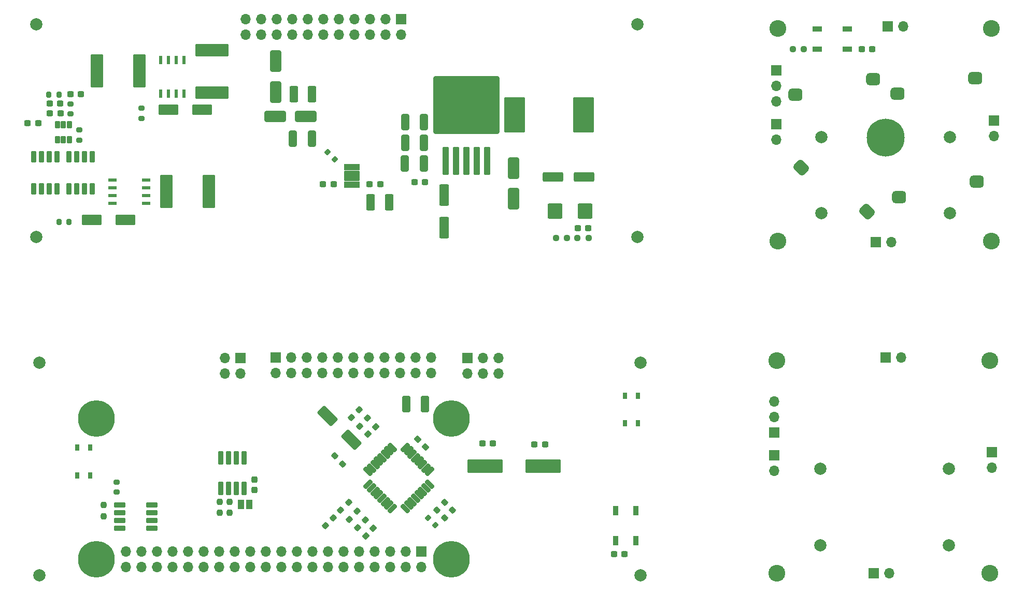
<source format=gts>
G04 #@! TF.GenerationSoftware,KiCad,Pcbnew,7.0.10-7.0.10~ubuntu22.04.1*
G04 #@! TF.CreationDate,2025-04-10T19:03:43-06:00*
G04 #@! TF.ProjectId,OAC,4f41432e-6b69-4636-9164-5f7063625858,rev?*
G04 #@! TF.SameCoordinates,Original*
G04 #@! TF.FileFunction,Soldermask,Top*
G04 #@! TF.FilePolarity,Negative*
%FSLAX46Y46*%
G04 Gerber Fmt 4.6, Leading zero omitted, Abs format (unit mm)*
G04 Created by KiCad (PCBNEW 7.0.10-7.0.10~ubuntu22.04.1) date 2025-04-10 19:03:43*
%MOMM*%
%LPD*%
G01*
G04 APERTURE LIST*
G04 Aperture macros list*
%AMRoundRect*
0 Rectangle with rounded corners*
0 $1 Rounding radius*
0 $2 $3 $4 $5 $6 $7 $8 $9 X,Y pos of 4 corners*
0 Add a 4 corners polygon primitive as box body*
4,1,4,$2,$3,$4,$5,$6,$7,$8,$9,$2,$3,0*
0 Add four circle primitives for the rounded corners*
1,1,$1+$1,$2,$3*
1,1,$1+$1,$4,$5*
1,1,$1+$1,$6,$7*
1,1,$1+$1,$8,$9*
0 Add four rect primitives between the rounded corners*
20,1,$1+$1,$2,$3,$4,$5,0*
20,1,$1+$1,$4,$5,$6,$7,0*
20,1,$1+$1,$6,$7,$8,$9,0*
20,1,$1+$1,$8,$9,$2,$3,0*%
G04 Aperture macros list end*
%ADD10C,2.750000*%
%ADD11C,2.000000*%
%ADD12C,6.200000*%
%ADD13C,6.000000*%
%ADD14R,1.700000X1.700000*%
%ADD15O,1.700000X1.700000*%
%ADD16RoundRect,0.500000X0.643000X0.500000X-0.643000X0.500000X-0.643000X-0.500000X0.643000X-0.500000X0*%
%ADD17RoundRect,0.102000X-0.335876X-0.724784X0.724784X0.335876X0.335876X0.724784X-0.724784X-0.335876X0*%
%ADD18RoundRect,0.102000X0.335876X-0.724784X0.724784X-0.335876X-0.335876X0.724784X-0.724784X0.335876X0*%
%ADD19RoundRect,0.102000X0.350000X-0.450000X0.350000X0.450000X-0.350000X0.450000X-0.350000X-0.450000X0*%
%ADD20RoundRect,0.250000X-1.400000X-0.600000X1.400000X-0.600000X1.400000X0.600000X-1.400000X0.600000X0*%
%ADD21RoundRect,0.500000X-0.643000X-0.500000X0.643000X-0.500000X0.643000X0.500000X-0.643000X0.500000X0*%
%ADD22RoundRect,0.250000X0.400000X1.075000X-0.400000X1.075000X-0.400000X-1.075000X0.400000X-1.075000X0*%
%ADD23RoundRect,0.237500X0.008839X0.344715X-0.344715X-0.008839X-0.008839X-0.344715X0.344715X0.008839X0*%
%ADD24RoundRect,0.250001X-0.799999X-2.474999X0.799999X-2.474999X0.799999X2.474999X-0.799999X2.474999X0*%
%ADD25RoundRect,0.237500X0.300000X0.237500X-0.300000X0.237500X-0.300000X-0.237500X0.300000X-0.237500X0*%
%ADD26RoundRect,0.069600X0.162400X-0.452400X0.162400X0.452400X-0.162400X0.452400X-0.162400X-0.452400X0*%
%ADD27RoundRect,0.102000X1.175000X-0.750000X1.175000X0.750000X-1.175000X0.750000X-1.175000X-0.750000X0*%
%ADD28RoundRect,0.237500X0.237500X-0.250000X0.237500X0.250000X-0.237500X0.250000X-0.237500X-0.250000X0*%
%ADD29RoundRect,0.237500X0.044194X0.380070X-0.380070X-0.044194X-0.044194X-0.380070X0.380070X0.044194X0*%
%ADD30RoundRect,0.200000X-0.275000X0.200000X-0.275000X-0.200000X0.275000X-0.200000X0.275000X0.200000X0*%
%ADD31RoundRect,0.099250X-0.297750X0.792750X-0.297750X-0.792750X0.297750X-0.792750X0.297750X0.792750X0*%
%ADD32RoundRect,0.250000X-1.500000X-0.650000X1.500000X-0.650000X1.500000X0.650000X-1.500000X0.650000X0*%
%ADD33RoundRect,0.250000X-0.400000X-1.075000X0.400000X-1.075000X0.400000X1.075000X-0.400000X1.075000X0*%
%ADD34RoundRect,0.200000X-0.335876X-0.053033X-0.053033X-0.335876X0.335876X0.053033X0.053033X0.335876X0*%
%ADD35R,1.500000X0.900000*%
%ADD36RoundRect,0.237500X0.250000X0.237500X-0.250000X0.237500X-0.250000X-0.237500X0.250000X-0.237500X0*%
%ADD37R,1.000000X1.500000*%
%ADD38R,0.900000X1.500000*%
%ADD39RoundRect,0.102000X-0.279400X0.990600X-0.279400X-0.990600X0.279400X-0.990600X0.279400X0.990600X0*%
%ADD40RoundRect,0.237500X-0.300000X-0.237500X0.300000X-0.237500X0.300000X0.237500X-0.300000X0.237500X0*%
%ADD41RoundRect,0.250000X0.650000X-1.500000X0.650000X1.500000X-0.650000X1.500000X-0.650000X-1.500000X0*%
%ADD42RoundRect,0.237500X-0.008839X-0.344715X0.344715X0.008839X0.008839X0.344715X-0.344715X-0.008839X0*%
%ADD43R,0.711200X0.990600*%
%ADD44RoundRect,0.250001X-0.462499X-1.074999X0.462499X-1.074999X0.462499X1.074999X-0.462499X1.074999X0*%
%ADD45RoundRect,0.237500X-0.250000X-0.237500X0.250000X-0.237500X0.250000X0.237500X-0.250000X0.237500X0*%
%ADD46RoundRect,0.250000X1.412500X0.550000X-1.412500X0.550000X-1.412500X-0.550000X1.412500X-0.550000X0*%
%ADD47RoundRect,0.250000X-0.650000X1.500000X-0.650000X-1.500000X0.650000X-1.500000X0.650000X1.500000X0*%
%ADD48RoundRect,0.250000X1.400000X0.600000X-1.400000X0.600000X-1.400000X-0.600000X1.400000X-0.600000X0*%
%ADD49RoundRect,0.250000X0.300000X-2.050000X0.300000X2.050000X-0.300000X2.050000X-0.300000X-2.050000X0*%
%ADD50RoundRect,0.250002X5.149998X-4.449998X5.149998X4.449998X-5.149998X4.449998X-5.149998X-4.449998X0*%
%ADD51RoundRect,0.237500X-0.344715X0.008839X0.008839X-0.344715X0.344715X-0.008839X-0.008839X0.344715X0*%
%ADD52RoundRect,0.237500X-0.044194X-0.380070X0.380070X0.044194X0.044194X0.380070X-0.380070X-0.044194X0*%
%ADD53RoundRect,0.250001X-2.474999X0.799999X-2.474999X-0.799999X2.474999X-0.799999X2.474999X0.799999X0*%
%ADD54RoundRect,0.237500X0.237500X-0.300000X0.237500X0.300000X-0.237500X0.300000X-0.237500X-0.300000X0*%
%ADD55R,0.558800X1.460500*%
%ADD56RoundRect,0.250000X-0.550000X1.500000X-0.550000X-1.500000X0.550000X-1.500000X0.550000X1.500000X0*%
%ADD57RoundRect,0.250001X0.799999X2.474999X-0.799999X2.474999X-0.799999X-2.474999X0.799999X-2.474999X0*%
%ADD58RoundRect,0.305500X0.916500X0.956500X-0.916500X0.956500X-0.916500X-0.956500X0.916500X-0.956500X0*%
%ADD59RoundRect,0.237500X-0.380070X0.044194X0.044194X-0.380070X0.380070X-0.044194X-0.044194X0.380070X0*%
%ADD60RoundRect,0.200000X0.200000X0.275000X-0.200000X0.275000X-0.200000X-0.275000X0.200000X-0.275000X0*%
%ADD61RoundRect,0.250000X1.414214X-0.565685X-0.565685X1.414214X-1.414214X0.565685X0.565685X-1.414214X0*%
%ADD62RoundRect,0.237500X-0.237500X0.250000X-0.237500X-0.250000X0.237500X-0.250000X0.237500X0.250000X0*%
%ADD63RoundRect,0.102000X-2.750000X-1.000000X2.750000X-1.000000X2.750000X1.000000X-2.750000X1.000000X0*%
%ADD64RoundRect,0.099250X-0.792750X-0.297750X0.792750X-0.297750X0.792750X0.297750X-0.792750X0.297750X0*%
%ADD65RoundRect,0.102000X-1.625000X-2.750000X1.625000X-2.750000X1.625000X2.750000X-1.625000X2.750000X0*%
%ADD66R,1.460500X0.558800*%
%ADD67RoundRect,0.200000X0.275000X-0.200000X0.275000X0.200000X-0.275000X0.200000X-0.275000X-0.200000X0*%
%ADD68RoundRect,0.200000X-0.200000X-0.275000X0.200000X-0.275000X0.200000X0.275000X-0.200000X0.275000X0*%
%ADD69RoundRect,0.237500X0.344715X-0.008839X-0.008839X0.344715X-0.344715X0.008839X0.008839X-0.344715X0*%
%ADD70RoundRect,0.500000X-0.808223X0.101116X0.101116X-0.808223X0.808223X-0.101116X-0.101116X0.808223X0*%
%ADD71RoundRect,0.250000X-0.412500X-1.100000X0.412500X-1.100000X0.412500X1.100000X-0.412500X1.100000X0*%
%ADD72RoundRect,0.200000X0.335876X0.053033X0.053033X0.335876X-0.335876X-0.053033X-0.053033X-0.335876X0*%
G04 APERTURE END LIST*
D10*
X238860000Y-98567500D03*
X238860000Y-133407500D03*
D11*
X245945174Y-116308579D03*
X245945174Y-128808579D03*
D12*
X256435174Y-116398579D03*
D11*
X266945174Y-116318579D03*
X266945174Y-128818579D03*
D10*
X273700000Y-98567500D03*
X273700000Y-133407500D03*
D13*
X127490682Y-185414257D03*
X185490682Y-185414257D03*
X127490682Y-162414257D03*
X185490682Y-162414257D03*
D14*
X180620682Y-184144257D03*
D15*
X180620682Y-186684257D03*
X178080682Y-184144257D03*
X178080682Y-186684257D03*
X175540682Y-184144257D03*
X175540682Y-186684257D03*
X173000682Y-184144257D03*
X173000682Y-186684257D03*
X170460682Y-184144257D03*
X170460682Y-186684257D03*
X167920682Y-184144257D03*
X167920682Y-186684257D03*
X165380682Y-184144257D03*
X165380682Y-186684257D03*
X162840682Y-184144257D03*
X162840682Y-186684257D03*
X160300682Y-184144257D03*
X160300682Y-186684257D03*
X157760682Y-184144257D03*
X157760682Y-186684257D03*
X155220682Y-184144257D03*
X155220682Y-186684257D03*
X152680682Y-184144257D03*
X152680682Y-186684257D03*
X150140682Y-184144257D03*
X150140682Y-186684257D03*
X147600682Y-184144257D03*
X147600682Y-186684257D03*
X145060682Y-184144257D03*
X145060682Y-186684257D03*
X142520682Y-184144257D03*
X142520682Y-186684257D03*
X139980682Y-184144257D03*
X139980682Y-186684257D03*
X137440682Y-184144257D03*
X137440682Y-186684257D03*
X134900682Y-184144257D03*
X134900682Y-186684257D03*
X132360682Y-184144257D03*
X132360682Y-186684257D03*
D10*
X238655386Y-152910000D03*
X238655386Y-187750000D03*
D11*
X245740560Y-170651079D03*
X245740560Y-183151079D03*
X266740560Y-170661079D03*
X266740560Y-183161079D03*
D10*
X273495386Y-152910000D03*
X273495386Y-187750000D03*
D14*
X254795000Y-133507500D03*
D15*
X257335000Y-133507500D03*
D14*
X188105000Y-152480000D03*
D15*
X188105000Y-155020000D03*
X190645000Y-152480000D03*
X190645000Y-155020000D03*
X193185000Y-152480000D03*
X193185000Y-155020000D03*
D14*
X274150000Y-113677500D03*
D15*
X274150000Y-116217500D03*
D16*
X258426500Y-109214407D03*
X271126500Y-106674407D03*
D17*
X171879542Y-173190660D03*
X172445227Y-173756346D03*
X173010913Y-174322031D03*
X173576598Y-174887716D03*
X174142284Y-175453402D03*
X174707969Y-176019087D03*
X175273654Y-176584773D03*
X175839340Y-177150458D03*
D18*
X177960660Y-177150458D03*
X178526346Y-176584773D03*
X179092031Y-176019087D03*
X179657716Y-175453402D03*
X180223402Y-174887716D03*
X180789087Y-174322031D03*
X181354773Y-173756346D03*
X181920458Y-173190660D03*
D17*
X181920458Y-171069340D03*
X181354773Y-170503654D03*
X180789087Y-169937969D03*
X180223402Y-169372284D03*
X179657716Y-168806598D03*
X179092031Y-168240913D03*
X178526346Y-167675227D03*
X177960660Y-167109542D03*
D18*
X175839340Y-167109542D03*
X175273654Y-167675227D03*
X174707969Y-168240913D03*
X174142284Y-168806598D03*
X173576598Y-169372284D03*
X173010913Y-169937969D03*
X172445227Y-170503654D03*
X171879542Y-171069340D03*
D19*
X121160000Y-116794998D03*
X122110000Y-116794998D03*
X123060000Y-116794998D03*
X123060000Y-114294998D03*
X122110000Y-114294998D03*
X121160000Y-114294998D03*
D20*
X139270000Y-111902500D03*
X144770000Y-111902500D03*
D21*
X254423500Y-106890594D03*
X241723500Y-109430594D03*
D22*
X181010000Y-120702500D03*
X177910000Y-120702500D03*
D23*
X168695235Y-176114765D03*
X167404765Y-177405235D03*
D24*
X138885000Y-125252500D03*
X145835000Y-125252500D03*
D25*
X192282500Y-166500000D03*
X190557500Y-166500000D03*
D26*
X168240000Y-124137500D03*
X168740000Y-124137500D03*
X169240000Y-124137500D03*
X169740000Y-124137500D03*
X170240000Y-124137500D03*
X170240000Y-121267500D03*
X169740000Y-121267500D03*
X169240000Y-121267500D03*
X168740000Y-121267500D03*
X168240000Y-121267500D03*
D27*
X169240000Y-122702500D03*
D28*
X149285001Y-177826300D03*
X149285001Y-176001300D03*
D25*
X254265000Y-101977500D03*
X252540000Y-101977500D03*
D29*
X173099880Y-163740120D03*
X171880120Y-164959880D03*
D30*
X134820000Y-111647500D03*
X134820000Y-113297500D03*
D31*
X126790000Y-124852500D03*
X125520000Y-124852500D03*
X124250000Y-124852500D03*
X122980000Y-124852500D03*
X122980000Y-119602500D03*
X126790000Y-119602500D03*
X125520000Y-119602500D03*
X124250000Y-119602500D03*
D32*
X156665000Y-112952500D03*
X161665000Y-112952500D03*
D25*
X166252500Y-124052500D03*
X164527500Y-124052500D03*
D33*
X159582500Y-116642500D03*
X162682500Y-116642500D03*
D34*
X165256637Y-118789137D03*
X166423363Y-119955863D03*
D35*
X250160000Y-101917500D03*
X250160000Y-98617500D03*
X245260000Y-98617500D03*
X245260000Y-101917500D03*
D36*
X207910000Y-132862500D03*
X206085000Y-132862500D03*
D37*
X151155001Y-176503799D03*
X152455001Y-176503799D03*
D38*
X212320000Y-182400000D03*
X215620000Y-182400000D03*
X215620000Y-177500000D03*
X212320000Y-177500000D03*
D30*
X130790000Y-172805000D03*
X130790000Y-174455000D03*
D39*
X151585000Y-168876200D03*
X150315000Y-168876200D03*
X149045000Y-168876200D03*
X147775000Y-168876200D03*
X147775000Y-173803800D03*
X149045000Y-173803800D03*
X150315000Y-173803800D03*
X151585000Y-173803800D03*
D40*
X172137500Y-124032500D03*
X173862500Y-124032500D03*
D41*
X156822500Y-108942500D03*
X156822500Y-103942500D03*
D14*
X254464998Y-187700000D03*
D15*
X257004998Y-187700000D03*
D23*
X166175235Y-178634765D03*
X164884765Y-179925235D03*
D42*
X170480049Y-163644661D03*
X171770519Y-162354191D03*
D43*
X213820002Y-163180002D03*
X213820002Y-158680000D03*
X215970000Y-163180002D03*
X215970000Y-158680000D03*
D14*
X238259998Y-164700000D03*
D15*
X238259998Y-162160000D03*
X238259998Y-159620000D03*
D44*
X172320000Y-127002500D03*
X175295000Y-127002500D03*
D14*
X238590000Y-105442500D03*
D15*
X238590000Y-107982500D03*
X238590000Y-110522500D03*
D45*
X202585000Y-132852500D03*
X204410000Y-132852500D03*
D21*
X271383500Y-123600594D03*
X258683500Y-126140594D03*
D25*
X213760000Y-184610000D03*
X212035000Y-184610000D03*
D46*
X207157500Y-122862500D03*
X202082500Y-122862500D03*
D31*
X121035000Y-124799998D03*
X119765000Y-124799998D03*
X118495000Y-124799998D03*
X117225000Y-124799998D03*
X117225000Y-119549998D03*
X121035000Y-119549998D03*
X119765000Y-119549998D03*
X118495000Y-119549998D03*
D47*
X195660000Y-121402500D03*
X195660000Y-126402500D03*
D40*
X123267500Y-109332500D03*
X124992500Y-109332500D03*
X119885000Y-112494998D03*
X121610000Y-112494998D03*
D48*
X132197500Y-129922500D03*
X126697500Y-129922500D03*
D49*
X184565000Y-120217500D03*
X186265000Y-120217500D03*
X187965000Y-120217500D03*
D50*
X187965000Y-111067500D03*
D49*
X189665000Y-120217500D03*
X191365000Y-120217500D03*
D51*
X166444765Y-168534765D03*
X167735235Y-169825235D03*
D42*
X168824765Y-178885235D03*
X170115235Y-177594765D03*
D25*
X121602500Y-110884998D03*
X119877500Y-110884998D03*
D14*
X256464998Y-152420000D03*
D15*
X259004998Y-152420000D03*
D43*
X124320002Y-171690002D03*
X124320002Y-167190000D03*
X126470000Y-171690002D03*
X126470000Y-167190000D03*
D14*
X256795000Y-98227500D03*
D15*
X259335000Y-98227500D03*
D52*
X171510120Y-181599880D03*
X172729880Y-180380120D03*
D40*
X199070000Y-166610000D03*
X200795000Y-166610000D03*
D53*
X146350000Y-102152500D03*
X146350000Y-109102500D03*
D45*
X241277500Y-101987500D03*
X243102500Y-101987500D03*
D54*
X153315000Y-174123800D03*
X153315000Y-172398800D03*
D25*
X207852500Y-131242000D03*
X206127500Y-131242000D03*
D55*
X138005000Y-103768350D03*
X139275000Y-103768350D03*
X140545000Y-103768350D03*
X141815000Y-103768350D03*
X141815000Y-109216650D03*
X138005000Y-109216650D03*
X139275000Y-109216650D03*
X140545000Y-109216650D03*
D22*
X181020000Y-113852500D03*
X177920000Y-113852500D03*
D56*
X184310000Y-125802500D03*
X184310000Y-131202500D03*
D57*
X134535000Y-105552500D03*
X127585000Y-105552500D03*
D14*
X238600000Y-114237500D03*
D15*
X238600000Y-116777500D03*
D58*
X207297500Y-128448000D03*
X202427500Y-128448000D03*
D15*
X148530000Y-155030000D03*
X151070000Y-155030000D03*
X148530000Y-152490000D03*
D14*
X151070000Y-152490000D03*
D59*
X180010120Y-165810120D03*
X181229880Y-167029880D03*
D60*
X123015000Y-130202500D03*
X121365000Y-130202500D03*
D61*
X169152457Y-165877351D03*
X165263369Y-161988263D03*
D14*
X273819998Y-167870000D03*
D15*
X273819998Y-170410000D03*
D62*
X128680000Y-176547500D03*
X128680000Y-178372500D03*
D44*
X159755000Y-109362500D03*
X162730000Y-109362500D03*
D63*
X190980000Y-170210000D03*
X200480000Y-170210000D03*
D64*
X136540850Y-176550000D03*
X136540850Y-177820000D03*
X136540850Y-179090000D03*
X136540850Y-180360000D03*
X131290850Y-180360000D03*
X131290850Y-176550000D03*
X131290850Y-177820000D03*
X131290850Y-179090000D03*
D65*
X195840000Y-112697500D03*
X207090000Y-112697500D03*
D23*
X171455235Y-179004765D03*
X170164765Y-180295235D03*
D66*
X135584150Y-123377500D03*
X135584150Y-124647500D03*
X135584150Y-125917500D03*
X135584150Y-127187500D03*
X130135850Y-127187500D03*
X130135850Y-123377500D03*
X130135850Y-124647500D03*
X130135850Y-125917500D03*
D67*
X123240000Y-112547500D03*
X123240000Y-110897500D03*
X124680000Y-116847500D03*
X124680000Y-115197500D03*
D11*
X118170000Y-153230000D03*
X118170000Y-188070000D03*
X216370000Y-153230000D03*
X216370000Y-188070000D03*
D14*
X156829318Y-152425743D03*
D15*
X159369318Y-152425743D03*
X161909318Y-152425743D03*
X164449318Y-152425743D03*
X166989318Y-152425743D03*
X169529318Y-152425743D03*
X172069318Y-152425743D03*
X174609318Y-152425743D03*
X177149318Y-152425743D03*
X179689318Y-152425743D03*
X182229318Y-152425743D03*
X156829318Y-154965743D03*
X159369318Y-154965743D03*
X161909318Y-154965743D03*
X164449318Y-154965743D03*
X166989318Y-154965743D03*
X169529318Y-154965743D03*
X172069318Y-154965743D03*
X174609318Y-154965743D03*
X177149318Y-154965743D03*
X179689318Y-154965743D03*
X182229318Y-154965743D03*
D22*
X181040000Y-117262500D03*
X177940000Y-117262500D03*
D23*
X170427016Y-160982404D03*
X169136546Y-162272874D03*
D51*
X183124765Y-177374765D03*
X184415235Y-178665235D03*
D40*
X116267500Y-114052500D03*
X117992500Y-114052500D03*
D28*
X147635000Y-177826300D03*
X147635000Y-176001300D03*
D14*
X238269998Y-168430000D03*
D15*
X238269998Y-170970000D03*
D68*
X119735000Y-109392500D03*
X121385000Y-109392500D03*
D69*
X185680000Y-177390000D03*
X184389530Y-176099530D03*
D70*
X253435094Y-128519603D03*
X242658786Y-121335398D03*
D71*
X178087500Y-160030000D03*
X181212500Y-160030000D03*
D25*
X181190000Y-123712500D03*
X179465000Y-123712500D03*
D72*
X182883363Y-179853363D03*
X181716637Y-178686637D03*
D11*
X215900000Y-132702500D03*
X215900000Y-97862500D03*
X117700000Y-132702500D03*
X117700000Y-97862500D03*
D14*
X177240682Y-97058243D03*
D15*
X174700682Y-97058243D03*
X172160682Y-97058243D03*
X169620682Y-97058243D03*
X167080682Y-97058243D03*
X164540682Y-97058243D03*
X162000682Y-97058243D03*
X159460682Y-97058243D03*
X156920682Y-97058243D03*
X154380682Y-97058243D03*
X151840682Y-97058243D03*
X177240682Y-99598243D03*
X174700682Y-99598243D03*
X172160682Y-99598243D03*
X169620682Y-99598243D03*
X167080682Y-99598243D03*
X164540682Y-99598243D03*
X162000682Y-99598243D03*
X159460682Y-99598243D03*
X156920682Y-99598243D03*
X154380682Y-99598243D03*
X151840682Y-99598243D03*
M02*

</source>
